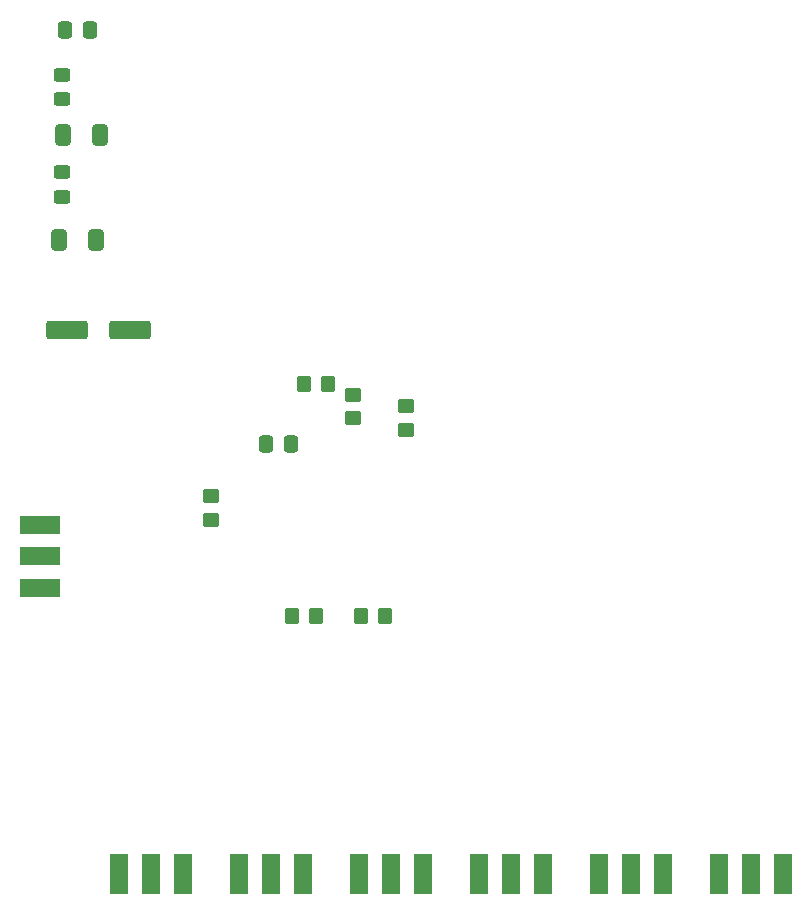
<source format=gbr>
%TF.GenerationSoftware,KiCad,Pcbnew,8.0.3*%
%TF.CreationDate,2024-06-20T11:56:58+02:00*%
%TF.ProjectId,Mux Brd V1,4d757820-4272-4642-9056-312e6b696361,rev?*%
%TF.SameCoordinates,Original*%
%TF.FileFunction,Paste,Top*%
%TF.FilePolarity,Positive*%
%FSLAX46Y46*%
G04 Gerber Fmt 4.6, Leading zero omitted, Abs format (unit mm)*
G04 Created by KiCad (PCBNEW 8.0.3) date 2024-06-20 11:56:58*
%MOMM*%
%LPD*%
G01*
G04 APERTURE LIST*
G04 Aperture macros list*
%AMRoundRect*
0 Rectangle with rounded corners*
0 $1 Rounding radius*
0 $2 $3 $4 $5 $6 $7 $8 $9 X,Y pos of 4 corners*
0 Add a 4 corners polygon primitive as box body*
4,1,4,$2,$3,$4,$5,$6,$7,$8,$9,$2,$3,0*
0 Add four circle primitives for the rounded corners*
1,1,$1+$1,$2,$3*
1,1,$1+$1,$4,$5*
1,1,$1+$1,$6,$7*
1,1,$1+$1,$8,$9*
0 Add four rect primitives between the rounded corners*
20,1,$1+$1,$2,$3,$4,$5,0*
20,1,$1+$1,$4,$5,$6,$7,0*
20,1,$1+$1,$6,$7,$8,$9,0*
20,1,$1+$1,$8,$9,$2,$3,0*%
G04 Aperture macros list end*
%ADD10RoundRect,0.250000X-0.337500X-0.475000X0.337500X-0.475000X0.337500X0.475000X-0.337500X0.475000X0*%
%ADD11RoundRect,0.249999X-0.350001X-0.450001X0.350001X-0.450001X0.350001X0.450001X-0.350001X0.450001X0*%
%ADD12RoundRect,0.249999X0.450001X-0.350001X0.450001X0.350001X-0.450001X0.350001X-0.450001X-0.350001X0*%
%ADD13RoundRect,0.249999X-0.412501X-0.650001X0.412501X-0.650001X0.412501X0.650001X-0.412501X0.650001X0*%
%ADD14RoundRect,0.250000X-1.500000X-0.550000X1.500000X-0.550000X1.500000X0.550000X-1.500000X0.550000X0*%
%ADD15RoundRect,0.249999X0.450001X-0.325001X0.450001X0.325001X-0.450001X0.325001X-0.450001X-0.325001X0*%
%ADD16RoundRect,0.249999X0.350001X0.450001X-0.350001X0.450001X-0.350001X-0.450001X0.350001X-0.450001X0*%
%ADD17R,3.500000X1.500000*%
%ADD18R,1.500000X3.500000*%
G04 APERTURE END LIST*
D10*
%TO.C,C1*%
X30839500Y-44323000D03*
X32914500Y-44323000D03*
%TD*%
D11*
%TO.C,R2*%
X51070000Y-74295000D03*
X53070000Y-74295000D03*
%TD*%
D12*
%TO.C,R1*%
X55245000Y-77200000D03*
X55245000Y-75200000D03*
%TD*%
D13*
%TO.C,C3*%
X30657000Y-53213000D03*
X33782000Y-53213000D03*
%TD*%
%TO.C,C4*%
X30314500Y-62103000D03*
X33439500Y-62103000D03*
%TD*%
D14*
%TO.C,C5*%
X30955000Y-69723000D03*
X36355000Y-69723000D03*
%TD*%
D15*
%TO.C,L1*%
X30607000Y-50183000D03*
X30607000Y-48133000D03*
%TD*%
%TO.C,L2*%
X30607000Y-58438000D03*
X30607000Y-56388000D03*
%TD*%
D10*
%TO.C,C2*%
X47857500Y-79375000D03*
X49932500Y-79375000D03*
%TD*%
D12*
%TO.C,R3*%
X43180000Y-85820000D03*
X43180000Y-83820000D03*
%TD*%
%TO.C,R4*%
X59690000Y-78200000D03*
X59690000Y-76200000D03*
%TD*%
D11*
%TO.C,R5*%
X50070000Y-93980000D03*
X52070000Y-93980000D03*
%TD*%
D16*
%TO.C,R6*%
X57880000Y-93980000D03*
X55880000Y-93980000D03*
%TD*%
D17*
%TO.C,RP-Out-1*%
X28702000Y-88900000D03*
X28702000Y-86200000D03*
X28702000Y-91600000D03*
%TD*%
D18*
%TO.C,SiPM-In-1*%
X38100000Y-115824000D03*
X35400000Y-115824000D03*
X40800000Y-115824000D03*
%TD*%
%TO.C,SiPM-In-2*%
X48260000Y-115824000D03*
X45560000Y-115824000D03*
X50960000Y-115824000D03*
%TD*%
%TO.C,SiPM-In-3*%
X58420000Y-115824000D03*
X55720000Y-115824000D03*
X61120000Y-115824000D03*
%TD*%
%TO.C,SiPM-In-4*%
X68580000Y-115824000D03*
X65880000Y-115824000D03*
X71280000Y-115824000D03*
%TD*%
%TO.C,SiPM-In-5*%
X78740000Y-115824000D03*
X76040000Y-115824000D03*
X81440000Y-115824000D03*
%TD*%
%TO.C,SiPM-In-6*%
X88900000Y-115824000D03*
X86200000Y-115824000D03*
X91600000Y-115824000D03*
%TD*%
M02*

</source>
